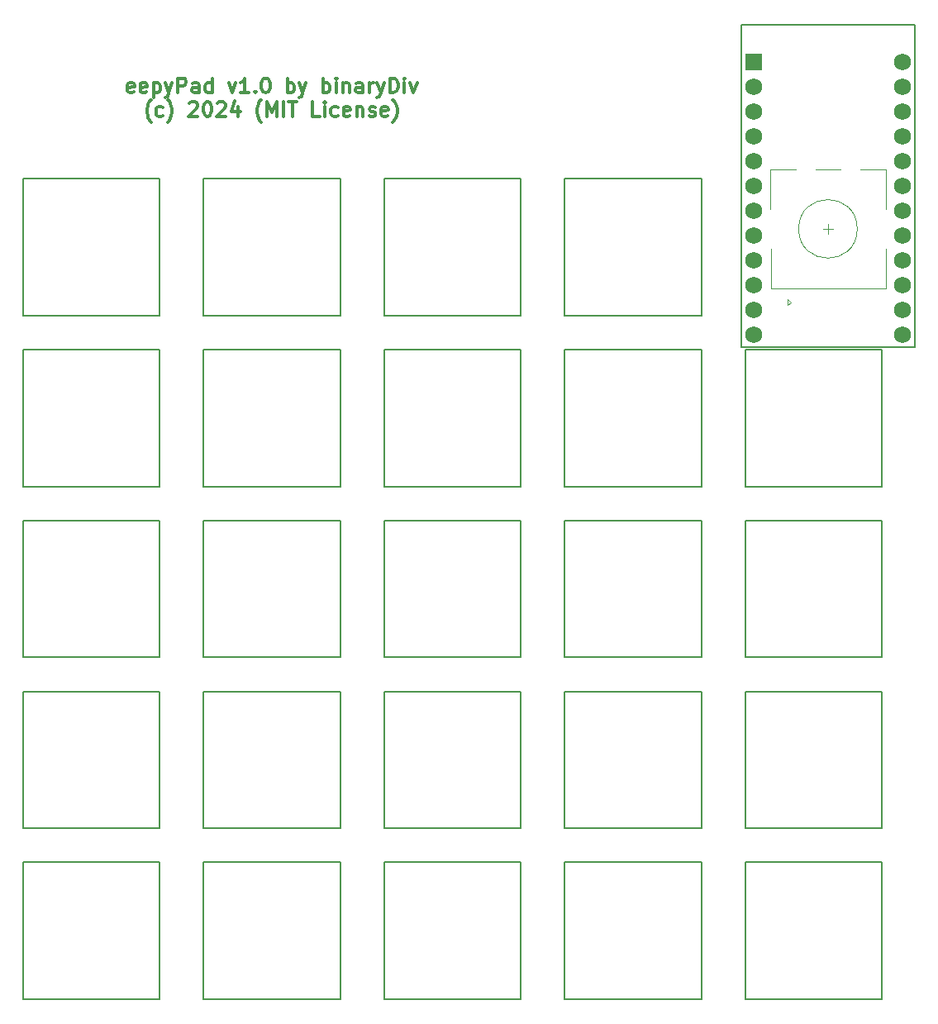
<source format=gbr>
%TF.GenerationSoftware,KiCad,Pcbnew,7.0.10*%
%TF.CreationDate,2024-03-08T11:43:42+01:00*%
%TF.ProjectId,eepypad,65657079-7061-4642-9e6b-696361645f70,1.0*%
%TF.SameCoordinates,Original*%
%TF.FileFunction,Legend,Top*%
%TF.FilePolarity,Positive*%
%FSLAX46Y46*%
G04 Gerber Fmt 4.6, Leading zero omitted, Abs format (unit mm)*
G04 Created by KiCad (PCBNEW 7.0.10) date 2024-03-08 11:43:42*
%MOMM*%
%LPD*%
G01*
G04 APERTURE LIST*
%ADD10C,0.300000*%
%ADD11C,0.150000*%
%ADD12C,0.120000*%
%ADD13R,1.752600X1.752600*%
%ADD14C,1.752600*%
G04 APERTURE END LIST*
D10*
X104357143Y-64109399D02*
X104214286Y-64180827D01*
X104214286Y-64180827D02*
X103928572Y-64180827D01*
X103928572Y-64180827D02*
X103785714Y-64109399D01*
X103785714Y-64109399D02*
X103714286Y-63966541D01*
X103714286Y-63966541D02*
X103714286Y-63395113D01*
X103714286Y-63395113D02*
X103785714Y-63252256D01*
X103785714Y-63252256D02*
X103928572Y-63180827D01*
X103928572Y-63180827D02*
X104214286Y-63180827D01*
X104214286Y-63180827D02*
X104357143Y-63252256D01*
X104357143Y-63252256D02*
X104428572Y-63395113D01*
X104428572Y-63395113D02*
X104428572Y-63537970D01*
X104428572Y-63537970D02*
X103714286Y-63680827D01*
X105642857Y-64109399D02*
X105500000Y-64180827D01*
X105500000Y-64180827D02*
X105214286Y-64180827D01*
X105214286Y-64180827D02*
X105071428Y-64109399D01*
X105071428Y-64109399D02*
X105000000Y-63966541D01*
X105000000Y-63966541D02*
X105000000Y-63395113D01*
X105000000Y-63395113D02*
X105071428Y-63252256D01*
X105071428Y-63252256D02*
X105214286Y-63180827D01*
X105214286Y-63180827D02*
X105500000Y-63180827D01*
X105500000Y-63180827D02*
X105642857Y-63252256D01*
X105642857Y-63252256D02*
X105714286Y-63395113D01*
X105714286Y-63395113D02*
X105714286Y-63537970D01*
X105714286Y-63537970D02*
X105000000Y-63680827D01*
X106357142Y-63180827D02*
X106357142Y-64680827D01*
X106357142Y-63252256D02*
X106500000Y-63180827D01*
X106500000Y-63180827D02*
X106785714Y-63180827D01*
X106785714Y-63180827D02*
X106928571Y-63252256D01*
X106928571Y-63252256D02*
X107000000Y-63323684D01*
X107000000Y-63323684D02*
X107071428Y-63466541D01*
X107071428Y-63466541D02*
X107071428Y-63895113D01*
X107071428Y-63895113D02*
X107000000Y-64037970D01*
X107000000Y-64037970D02*
X106928571Y-64109399D01*
X106928571Y-64109399D02*
X106785714Y-64180827D01*
X106785714Y-64180827D02*
X106500000Y-64180827D01*
X106500000Y-64180827D02*
X106357142Y-64109399D01*
X107571428Y-63180827D02*
X107928571Y-64180827D01*
X108285714Y-63180827D02*
X107928571Y-64180827D01*
X107928571Y-64180827D02*
X107785714Y-64537970D01*
X107785714Y-64537970D02*
X107714285Y-64609399D01*
X107714285Y-64609399D02*
X107571428Y-64680827D01*
X108857142Y-64180827D02*
X108857142Y-62680827D01*
X108857142Y-62680827D02*
X109428571Y-62680827D01*
X109428571Y-62680827D02*
X109571428Y-62752256D01*
X109571428Y-62752256D02*
X109642857Y-62823684D01*
X109642857Y-62823684D02*
X109714285Y-62966541D01*
X109714285Y-62966541D02*
X109714285Y-63180827D01*
X109714285Y-63180827D02*
X109642857Y-63323684D01*
X109642857Y-63323684D02*
X109571428Y-63395113D01*
X109571428Y-63395113D02*
X109428571Y-63466541D01*
X109428571Y-63466541D02*
X108857142Y-63466541D01*
X111000000Y-64180827D02*
X111000000Y-63395113D01*
X111000000Y-63395113D02*
X110928571Y-63252256D01*
X110928571Y-63252256D02*
X110785714Y-63180827D01*
X110785714Y-63180827D02*
X110500000Y-63180827D01*
X110500000Y-63180827D02*
X110357142Y-63252256D01*
X111000000Y-64109399D02*
X110857142Y-64180827D01*
X110857142Y-64180827D02*
X110500000Y-64180827D01*
X110500000Y-64180827D02*
X110357142Y-64109399D01*
X110357142Y-64109399D02*
X110285714Y-63966541D01*
X110285714Y-63966541D02*
X110285714Y-63823684D01*
X110285714Y-63823684D02*
X110357142Y-63680827D01*
X110357142Y-63680827D02*
X110500000Y-63609399D01*
X110500000Y-63609399D02*
X110857142Y-63609399D01*
X110857142Y-63609399D02*
X111000000Y-63537970D01*
X112357143Y-64180827D02*
X112357143Y-62680827D01*
X112357143Y-64109399D02*
X112214285Y-64180827D01*
X112214285Y-64180827D02*
X111928571Y-64180827D01*
X111928571Y-64180827D02*
X111785714Y-64109399D01*
X111785714Y-64109399D02*
X111714285Y-64037970D01*
X111714285Y-64037970D02*
X111642857Y-63895113D01*
X111642857Y-63895113D02*
X111642857Y-63466541D01*
X111642857Y-63466541D02*
X111714285Y-63323684D01*
X111714285Y-63323684D02*
X111785714Y-63252256D01*
X111785714Y-63252256D02*
X111928571Y-63180827D01*
X111928571Y-63180827D02*
X112214285Y-63180827D01*
X112214285Y-63180827D02*
X112357143Y-63252256D01*
X114071428Y-63180827D02*
X114428571Y-64180827D01*
X114428571Y-64180827D02*
X114785714Y-63180827D01*
X116142857Y-64180827D02*
X115285714Y-64180827D01*
X115714285Y-64180827D02*
X115714285Y-62680827D01*
X115714285Y-62680827D02*
X115571428Y-62895113D01*
X115571428Y-62895113D02*
X115428571Y-63037970D01*
X115428571Y-63037970D02*
X115285714Y-63109399D01*
X116785713Y-64037970D02*
X116857142Y-64109399D01*
X116857142Y-64109399D02*
X116785713Y-64180827D01*
X116785713Y-64180827D02*
X116714285Y-64109399D01*
X116714285Y-64109399D02*
X116785713Y-64037970D01*
X116785713Y-64037970D02*
X116785713Y-64180827D01*
X117785714Y-62680827D02*
X117928571Y-62680827D01*
X117928571Y-62680827D02*
X118071428Y-62752256D01*
X118071428Y-62752256D02*
X118142857Y-62823684D01*
X118142857Y-62823684D02*
X118214285Y-62966541D01*
X118214285Y-62966541D02*
X118285714Y-63252256D01*
X118285714Y-63252256D02*
X118285714Y-63609399D01*
X118285714Y-63609399D02*
X118214285Y-63895113D01*
X118214285Y-63895113D02*
X118142857Y-64037970D01*
X118142857Y-64037970D02*
X118071428Y-64109399D01*
X118071428Y-64109399D02*
X117928571Y-64180827D01*
X117928571Y-64180827D02*
X117785714Y-64180827D01*
X117785714Y-64180827D02*
X117642857Y-64109399D01*
X117642857Y-64109399D02*
X117571428Y-64037970D01*
X117571428Y-64037970D02*
X117499999Y-63895113D01*
X117499999Y-63895113D02*
X117428571Y-63609399D01*
X117428571Y-63609399D02*
X117428571Y-63252256D01*
X117428571Y-63252256D02*
X117499999Y-62966541D01*
X117499999Y-62966541D02*
X117571428Y-62823684D01*
X117571428Y-62823684D02*
X117642857Y-62752256D01*
X117642857Y-62752256D02*
X117785714Y-62680827D01*
X120071427Y-64180827D02*
X120071427Y-62680827D01*
X120071427Y-63252256D02*
X120214285Y-63180827D01*
X120214285Y-63180827D02*
X120499999Y-63180827D01*
X120499999Y-63180827D02*
X120642856Y-63252256D01*
X120642856Y-63252256D02*
X120714285Y-63323684D01*
X120714285Y-63323684D02*
X120785713Y-63466541D01*
X120785713Y-63466541D02*
X120785713Y-63895113D01*
X120785713Y-63895113D02*
X120714285Y-64037970D01*
X120714285Y-64037970D02*
X120642856Y-64109399D01*
X120642856Y-64109399D02*
X120499999Y-64180827D01*
X120499999Y-64180827D02*
X120214285Y-64180827D01*
X120214285Y-64180827D02*
X120071427Y-64109399D01*
X121285713Y-63180827D02*
X121642856Y-64180827D01*
X121999999Y-63180827D02*
X121642856Y-64180827D01*
X121642856Y-64180827D02*
X121499999Y-64537970D01*
X121499999Y-64537970D02*
X121428570Y-64609399D01*
X121428570Y-64609399D02*
X121285713Y-64680827D01*
X123714284Y-64180827D02*
X123714284Y-62680827D01*
X123714284Y-63252256D02*
X123857142Y-63180827D01*
X123857142Y-63180827D02*
X124142856Y-63180827D01*
X124142856Y-63180827D02*
X124285713Y-63252256D01*
X124285713Y-63252256D02*
X124357142Y-63323684D01*
X124357142Y-63323684D02*
X124428570Y-63466541D01*
X124428570Y-63466541D02*
X124428570Y-63895113D01*
X124428570Y-63895113D02*
X124357142Y-64037970D01*
X124357142Y-64037970D02*
X124285713Y-64109399D01*
X124285713Y-64109399D02*
X124142856Y-64180827D01*
X124142856Y-64180827D02*
X123857142Y-64180827D01*
X123857142Y-64180827D02*
X123714284Y-64109399D01*
X125071427Y-64180827D02*
X125071427Y-63180827D01*
X125071427Y-62680827D02*
X124999999Y-62752256D01*
X124999999Y-62752256D02*
X125071427Y-62823684D01*
X125071427Y-62823684D02*
X125142856Y-62752256D01*
X125142856Y-62752256D02*
X125071427Y-62680827D01*
X125071427Y-62680827D02*
X125071427Y-62823684D01*
X125785713Y-63180827D02*
X125785713Y-64180827D01*
X125785713Y-63323684D02*
X125857142Y-63252256D01*
X125857142Y-63252256D02*
X125999999Y-63180827D01*
X125999999Y-63180827D02*
X126214285Y-63180827D01*
X126214285Y-63180827D02*
X126357142Y-63252256D01*
X126357142Y-63252256D02*
X126428571Y-63395113D01*
X126428571Y-63395113D02*
X126428571Y-64180827D01*
X127785714Y-64180827D02*
X127785714Y-63395113D01*
X127785714Y-63395113D02*
X127714285Y-63252256D01*
X127714285Y-63252256D02*
X127571428Y-63180827D01*
X127571428Y-63180827D02*
X127285714Y-63180827D01*
X127285714Y-63180827D02*
X127142856Y-63252256D01*
X127785714Y-64109399D02*
X127642856Y-64180827D01*
X127642856Y-64180827D02*
X127285714Y-64180827D01*
X127285714Y-64180827D02*
X127142856Y-64109399D01*
X127142856Y-64109399D02*
X127071428Y-63966541D01*
X127071428Y-63966541D02*
X127071428Y-63823684D01*
X127071428Y-63823684D02*
X127142856Y-63680827D01*
X127142856Y-63680827D02*
X127285714Y-63609399D01*
X127285714Y-63609399D02*
X127642856Y-63609399D01*
X127642856Y-63609399D02*
X127785714Y-63537970D01*
X128499999Y-64180827D02*
X128499999Y-63180827D01*
X128499999Y-63466541D02*
X128571428Y-63323684D01*
X128571428Y-63323684D02*
X128642857Y-63252256D01*
X128642857Y-63252256D02*
X128785714Y-63180827D01*
X128785714Y-63180827D02*
X128928571Y-63180827D01*
X129285713Y-63180827D02*
X129642856Y-64180827D01*
X129999999Y-63180827D02*
X129642856Y-64180827D01*
X129642856Y-64180827D02*
X129499999Y-64537970D01*
X129499999Y-64537970D02*
X129428570Y-64609399D01*
X129428570Y-64609399D02*
X129285713Y-64680827D01*
X130571427Y-64180827D02*
X130571427Y-62680827D01*
X130571427Y-62680827D02*
X130928570Y-62680827D01*
X130928570Y-62680827D02*
X131142856Y-62752256D01*
X131142856Y-62752256D02*
X131285713Y-62895113D01*
X131285713Y-62895113D02*
X131357142Y-63037970D01*
X131357142Y-63037970D02*
X131428570Y-63323684D01*
X131428570Y-63323684D02*
X131428570Y-63537970D01*
X131428570Y-63537970D02*
X131357142Y-63823684D01*
X131357142Y-63823684D02*
X131285713Y-63966541D01*
X131285713Y-63966541D02*
X131142856Y-64109399D01*
X131142856Y-64109399D02*
X130928570Y-64180827D01*
X130928570Y-64180827D02*
X130571427Y-64180827D01*
X132071427Y-64180827D02*
X132071427Y-63180827D01*
X132071427Y-62680827D02*
X131999999Y-62752256D01*
X131999999Y-62752256D02*
X132071427Y-62823684D01*
X132071427Y-62823684D02*
X132142856Y-62752256D01*
X132142856Y-62752256D02*
X132071427Y-62680827D01*
X132071427Y-62680827D02*
X132071427Y-62823684D01*
X132642856Y-63180827D02*
X132999999Y-64180827D01*
X132999999Y-64180827D02*
X133357142Y-63180827D01*
X106107144Y-67167256D02*
X106035715Y-67095827D01*
X106035715Y-67095827D02*
X105892858Y-66881541D01*
X105892858Y-66881541D02*
X105821430Y-66738684D01*
X105821430Y-66738684D02*
X105750001Y-66524399D01*
X105750001Y-66524399D02*
X105678572Y-66167256D01*
X105678572Y-66167256D02*
X105678572Y-65881541D01*
X105678572Y-65881541D02*
X105750001Y-65524399D01*
X105750001Y-65524399D02*
X105821430Y-65310113D01*
X105821430Y-65310113D02*
X105892858Y-65167256D01*
X105892858Y-65167256D02*
X106035715Y-64952970D01*
X106035715Y-64952970D02*
X106107144Y-64881541D01*
X107321430Y-66524399D02*
X107178572Y-66595827D01*
X107178572Y-66595827D02*
X106892858Y-66595827D01*
X106892858Y-66595827D02*
X106750001Y-66524399D01*
X106750001Y-66524399D02*
X106678572Y-66452970D01*
X106678572Y-66452970D02*
X106607144Y-66310113D01*
X106607144Y-66310113D02*
X106607144Y-65881541D01*
X106607144Y-65881541D02*
X106678572Y-65738684D01*
X106678572Y-65738684D02*
X106750001Y-65667256D01*
X106750001Y-65667256D02*
X106892858Y-65595827D01*
X106892858Y-65595827D02*
X107178572Y-65595827D01*
X107178572Y-65595827D02*
X107321430Y-65667256D01*
X107821429Y-67167256D02*
X107892858Y-67095827D01*
X107892858Y-67095827D02*
X108035715Y-66881541D01*
X108035715Y-66881541D02*
X108107144Y-66738684D01*
X108107144Y-66738684D02*
X108178572Y-66524399D01*
X108178572Y-66524399D02*
X108250001Y-66167256D01*
X108250001Y-66167256D02*
X108250001Y-65881541D01*
X108250001Y-65881541D02*
X108178572Y-65524399D01*
X108178572Y-65524399D02*
X108107144Y-65310113D01*
X108107144Y-65310113D02*
X108035715Y-65167256D01*
X108035715Y-65167256D02*
X107892858Y-64952970D01*
X107892858Y-64952970D02*
X107821429Y-64881541D01*
X110035715Y-65238684D02*
X110107143Y-65167256D01*
X110107143Y-65167256D02*
X110250001Y-65095827D01*
X110250001Y-65095827D02*
X110607143Y-65095827D01*
X110607143Y-65095827D02*
X110750001Y-65167256D01*
X110750001Y-65167256D02*
X110821429Y-65238684D01*
X110821429Y-65238684D02*
X110892858Y-65381541D01*
X110892858Y-65381541D02*
X110892858Y-65524399D01*
X110892858Y-65524399D02*
X110821429Y-65738684D01*
X110821429Y-65738684D02*
X109964286Y-66595827D01*
X109964286Y-66595827D02*
X110892858Y-66595827D01*
X111821429Y-65095827D02*
X111964286Y-65095827D01*
X111964286Y-65095827D02*
X112107143Y-65167256D01*
X112107143Y-65167256D02*
X112178572Y-65238684D01*
X112178572Y-65238684D02*
X112250000Y-65381541D01*
X112250000Y-65381541D02*
X112321429Y-65667256D01*
X112321429Y-65667256D02*
X112321429Y-66024399D01*
X112321429Y-66024399D02*
X112250000Y-66310113D01*
X112250000Y-66310113D02*
X112178572Y-66452970D01*
X112178572Y-66452970D02*
X112107143Y-66524399D01*
X112107143Y-66524399D02*
X111964286Y-66595827D01*
X111964286Y-66595827D02*
X111821429Y-66595827D01*
X111821429Y-66595827D02*
X111678572Y-66524399D01*
X111678572Y-66524399D02*
X111607143Y-66452970D01*
X111607143Y-66452970D02*
X111535714Y-66310113D01*
X111535714Y-66310113D02*
X111464286Y-66024399D01*
X111464286Y-66024399D02*
X111464286Y-65667256D01*
X111464286Y-65667256D02*
X111535714Y-65381541D01*
X111535714Y-65381541D02*
X111607143Y-65238684D01*
X111607143Y-65238684D02*
X111678572Y-65167256D01*
X111678572Y-65167256D02*
X111821429Y-65095827D01*
X112892857Y-65238684D02*
X112964285Y-65167256D01*
X112964285Y-65167256D02*
X113107143Y-65095827D01*
X113107143Y-65095827D02*
X113464285Y-65095827D01*
X113464285Y-65095827D02*
X113607143Y-65167256D01*
X113607143Y-65167256D02*
X113678571Y-65238684D01*
X113678571Y-65238684D02*
X113750000Y-65381541D01*
X113750000Y-65381541D02*
X113750000Y-65524399D01*
X113750000Y-65524399D02*
X113678571Y-65738684D01*
X113678571Y-65738684D02*
X112821428Y-66595827D01*
X112821428Y-66595827D02*
X113750000Y-66595827D01*
X115035714Y-65595827D02*
X115035714Y-66595827D01*
X114678571Y-65024399D02*
X114321428Y-66095827D01*
X114321428Y-66095827D02*
X115249999Y-66095827D01*
X117392856Y-67167256D02*
X117321427Y-67095827D01*
X117321427Y-67095827D02*
X117178570Y-66881541D01*
X117178570Y-66881541D02*
X117107142Y-66738684D01*
X117107142Y-66738684D02*
X117035713Y-66524399D01*
X117035713Y-66524399D02*
X116964284Y-66167256D01*
X116964284Y-66167256D02*
X116964284Y-65881541D01*
X116964284Y-65881541D02*
X117035713Y-65524399D01*
X117035713Y-65524399D02*
X117107142Y-65310113D01*
X117107142Y-65310113D02*
X117178570Y-65167256D01*
X117178570Y-65167256D02*
X117321427Y-64952970D01*
X117321427Y-64952970D02*
X117392856Y-64881541D01*
X117964284Y-66595827D02*
X117964284Y-65095827D01*
X117964284Y-65095827D02*
X118464284Y-66167256D01*
X118464284Y-66167256D02*
X118964284Y-65095827D01*
X118964284Y-65095827D02*
X118964284Y-66595827D01*
X119678570Y-66595827D02*
X119678570Y-65095827D01*
X120178571Y-65095827D02*
X121035714Y-65095827D01*
X120607142Y-66595827D02*
X120607142Y-65095827D01*
X123392856Y-66595827D02*
X122678570Y-66595827D01*
X122678570Y-66595827D02*
X122678570Y-65095827D01*
X123892856Y-66595827D02*
X123892856Y-65595827D01*
X123892856Y-65095827D02*
X123821428Y-65167256D01*
X123821428Y-65167256D02*
X123892856Y-65238684D01*
X123892856Y-65238684D02*
X123964285Y-65167256D01*
X123964285Y-65167256D02*
X123892856Y-65095827D01*
X123892856Y-65095827D02*
X123892856Y-65238684D01*
X125250000Y-66524399D02*
X125107142Y-66595827D01*
X125107142Y-66595827D02*
X124821428Y-66595827D01*
X124821428Y-66595827D02*
X124678571Y-66524399D01*
X124678571Y-66524399D02*
X124607142Y-66452970D01*
X124607142Y-66452970D02*
X124535714Y-66310113D01*
X124535714Y-66310113D02*
X124535714Y-65881541D01*
X124535714Y-65881541D02*
X124607142Y-65738684D01*
X124607142Y-65738684D02*
X124678571Y-65667256D01*
X124678571Y-65667256D02*
X124821428Y-65595827D01*
X124821428Y-65595827D02*
X125107142Y-65595827D01*
X125107142Y-65595827D02*
X125250000Y-65667256D01*
X126464285Y-66524399D02*
X126321428Y-66595827D01*
X126321428Y-66595827D02*
X126035714Y-66595827D01*
X126035714Y-66595827D02*
X125892856Y-66524399D01*
X125892856Y-66524399D02*
X125821428Y-66381541D01*
X125821428Y-66381541D02*
X125821428Y-65810113D01*
X125821428Y-65810113D02*
X125892856Y-65667256D01*
X125892856Y-65667256D02*
X126035714Y-65595827D01*
X126035714Y-65595827D02*
X126321428Y-65595827D01*
X126321428Y-65595827D02*
X126464285Y-65667256D01*
X126464285Y-65667256D02*
X126535714Y-65810113D01*
X126535714Y-65810113D02*
X126535714Y-65952970D01*
X126535714Y-65952970D02*
X125821428Y-66095827D01*
X127178570Y-65595827D02*
X127178570Y-66595827D01*
X127178570Y-65738684D02*
X127249999Y-65667256D01*
X127249999Y-65667256D02*
X127392856Y-65595827D01*
X127392856Y-65595827D02*
X127607142Y-65595827D01*
X127607142Y-65595827D02*
X127749999Y-65667256D01*
X127749999Y-65667256D02*
X127821428Y-65810113D01*
X127821428Y-65810113D02*
X127821428Y-66595827D01*
X128464285Y-66524399D02*
X128607142Y-66595827D01*
X128607142Y-66595827D02*
X128892856Y-66595827D01*
X128892856Y-66595827D02*
X129035713Y-66524399D01*
X129035713Y-66524399D02*
X129107142Y-66381541D01*
X129107142Y-66381541D02*
X129107142Y-66310113D01*
X129107142Y-66310113D02*
X129035713Y-66167256D01*
X129035713Y-66167256D02*
X128892856Y-66095827D01*
X128892856Y-66095827D02*
X128678571Y-66095827D01*
X128678571Y-66095827D02*
X128535713Y-66024399D01*
X128535713Y-66024399D02*
X128464285Y-65881541D01*
X128464285Y-65881541D02*
X128464285Y-65810113D01*
X128464285Y-65810113D02*
X128535713Y-65667256D01*
X128535713Y-65667256D02*
X128678571Y-65595827D01*
X128678571Y-65595827D02*
X128892856Y-65595827D01*
X128892856Y-65595827D02*
X129035713Y-65667256D01*
X130321428Y-66524399D02*
X130178571Y-66595827D01*
X130178571Y-66595827D02*
X129892857Y-66595827D01*
X129892857Y-66595827D02*
X129749999Y-66524399D01*
X129749999Y-66524399D02*
X129678571Y-66381541D01*
X129678571Y-66381541D02*
X129678571Y-65810113D01*
X129678571Y-65810113D02*
X129749999Y-65667256D01*
X129749999Y-65667256D02*
X129892857Y-65595827D01*
X129892857Y-65595827D02*
X130178571Y-65595827D01*
X130178571Y-65595827D02*
X130321428Y-65667256D01*
X130321428Y-65667256D02*
X130392857Y-65810113D01*
X130392857Y-65810113D02*
X130392857Y-65952970D01*
X130392857Y-65952970D02*
X129678571Y-66095827D01*
X130892856Y-67167256D02*
X130964285Y-67095827D01*
X130964285Y-67095827D02*
X131107142Y-66881541D01*
X131107142Y-66881541D02*
X131178571Y-66738684D01*
X131178571Y-66738684D02*
X131249999Y-66524399D01*
X131249999Y-66524399D02*
X131321428Y-66167256D01*
X131321428Y-66167256D02*
X131321428Y-65881541D01*
X131321428Y-65881541D02*
X131249999Y-65524399D01*
X131249999Y-65524399D02*
X131178571Y-65310113D01*
X131178571Y-65310113D02*
X131107142Y-65167256D01*
X131107142Y-65167256D02*
X130964285Y-64952970D01*
X130964285Y-64952970D02*
X130892856Y-64881541D01*
D11*
%TO.C,S16*%
X162500000Y-157000000D02*
X148500000Y-157000000D01*
X162500000Y-143000000D02*
X162500000Y-157000000D01*
X148500000Y-157000000D02*
X148500000Y-143000000D01*
X148500000Y-143000000D02*
X162500000Y-143000000D01*
%TO.C,S7*%
X125500000Y-139500000D02*
X111500000Y-139500000D01*
X125500000Y-125500000D02*
X125500000Y-139500000D01*
X111500000Y-139500000D02*
X111500000Y-125500000D01*
X111500000Y-125500000D02*
X125500000Y-125500000D01*
%TO.C,S5*%
X107000000Y-87000000D02*
X93000000Y-87000000D01*
X107000000Y-73000000D02*
X107000000Y-87000000D01*
X93000000Y-87000000D02*
X93000000Y-73000000D01*
X93000000Y-73000000D02*
X107000000Y-73000000D01*
%TO.C,S15*%
X144000000Y-87000000D02*
X130000000Y-87000000D01*
X144000000Y-73000000D02*
X144000000Y-87000000D01*
X130000000Y-87000000D02*
X130000000Y-73000000D01*
X130000000Y-73000000D02*
X144000000Y-73000000D01*
%TO.C,S1*%
X107000000Y-157000000D02*
X93000000Y-157000000D01*
X107000000Y-143000000D02*
X107000000Y-157000000D01*
X93000000Y-157000000D02*
X93000000Y-143000000D01*
X93000000Y-143000000D02*
X107000000Y-143000000D01*
%TO.C,S2*%
X107000000Y-139500000D02*
X93000000Y-139500000D01*
X107000000Y-125500000D02*
X107000000Y-139500000D01*
X93000000Y-139500000D02*
X93000000Y-125500000D01*
X93000000Y-125500000D02*
X107000000Y-125500000D01*
%TO.C,S9*%
X125500000Y-104500000D02*
X111500000Y-104500000D01*
X125500000Y-90500000D02*
X125500000Y-104500000D01*
X111500000Y-104500000D02*
X111500000Y-90500000D01*
X111500000Y-90500000D02*
X125500000Y-90500000D01*
%TO.C,S22*%
X181000000Y-139500000D02*
X167000000Y-139500000D01*
X181000000Y-125500000D02*
X181000000Y-139500000D01*
X167000000Y-139500000D02*
X167000000Y-125500000D01*
X167000000Y-125500000D02*
X181000000Y-125500000D01*
%TO.C,S21*%
X181000000Y-157000000D02*
X167000000Y-157000000D01*
X181000000Y-143000000D02*
X181000000Y-157000000D01*
X167000000Y-157000000D02*
X167000000Y-143000000D01*
X167000000Y-143000000D02*
X181000000Y-143000000D01*
%TO.C,S8*%
X125500000Y-122000000D02*
X111500000Y-122000000D01*
X125500000Y-108000000D02*
X125500000Y-122000000D01*
X111500000Y-122000000D02*
X111500000Y-108000000D01*
X111500000Y-108000000D02*
X125500000Y-108000000D01*
%TO.C,S24*%
X181000000Y-104500000D02*
X167000000Y-104500000D01*
X181000000Y-90500000D02*
X181000000Y-104500000D01*
X167000000Y-104500000D02*
X167000000Y-90500000D01*
X167000000Y-90500000D02*
X181000000Y-90500000D01*
%TO.C,MCU1*%
X184390000Y-57220000D02*
X166610000Y-57220000D01*
X166610000Y-57220000D02*
X166610000Y-90240000D01*
X184390000Y-90240000D02*
X184390000Y-57220000D01*
X166610000Y-90240000D02*
X184390000Y-90240000D01*
%TO.C,S11*%
X144000000Y-157000000D02*
X130000000Y-157000000D01*
X144000000Y-143000000D02*
X144000000Y-157000000D01*
X130000000Y-157000000D02*
X130000000Y-143000000D01*
X130000000Y-143000000D02*
X144000000Y-143000000D01*
%TO.C,S13*%
X144000000Y-122000000D02*
X130000000Y-122000000D01*
X144000000Y-108000000D02*
X144000000Y-122000000D01*
X130000000Y-122000000D02*
X130000000Y-108000000D01*
X130000000Y-108000000D02*
X144000000Y-108000000D01*
%TO.C,S12*%
X144000000Y-139500000D02*
X130000000Y-139500000D01*
X144000000Y-125500000D02*
X144000000Y-139500000D01*
X130000000Y-139500000D02*
X130000000Y-125500000D01*
X130000000Y-125500000D02*
X144000000Y-125500000D01*
D12*
%TO.C,ROT1*%
X171360000Y-85920000D02*
X171360000Y-85320000D01*
X171660000Y-85620000D02*
X171360000Y-85920000D01*
X171360000Y-85320000D02*
X171660000Y-85620000D01*
X169660000Y-84220000D02*
X181360000Y-84220000D01*
X169660000Y-80120000D02*
X169660000Y-84220000D01*
X181360000Y-80120000D02*
X181360000Y-84220000D01*
X175460000Y-78620000D02*
X175460000Y-77620000D01*
X174960000Y-78120000D02*
X175960000Y-78120000D01*
X169560000Y-76120000D02*
X169560000Y-72020000D01*
X169560000Y-72020000D02*
X172160000Y-72020000D01*
X174160000Y-72020000D02*
X176760000Y-72020000D01*
X178760000Y-72020000D02*
X181360000Y-72020000D01*
X181360000Y-72020000D02*
X181360000Y-76120000D01*
X178460000Y-78120000D02*
G75*
G03*
X172460000Y-78120000I-3000000J0D01*
G01*
X172460000Y-78120000D02*
G75*
G03*
X178460000Y-78120000I3000000J0D01*
G01*
D11*
%TO.C,S10*%
X125500000Y-87000000D02*
X111500000Y-87000000D01*
X125500000Y-73000000D02*
X125500000Y-87000000D01*
X111500000Y-87000000D02*
X111500000Y-73000000D01*
X111500000Y-73000000D02*
X125500000Y-73000000D01*
%TO.C,S18*%
X162500000Y-122000000D02*
X148500000Y-122000000D01*
X162500000Y-108000000D02*
X162500000Y-122000000D01*
X148500000Y-122000000D02*
X148500000Y-108000000D01*
X148500000Y-108000000D02*
X162500000Y-108000000D01*
%TO.C,S14*%
X144000000Y-104500000D02*
X130000000Y-104500000D01*
X144000000Y-90500000D02*
X144000000Y-104500000D01*
X130000000Y-104500000D02*
X130000000Y-90500000D01*
X130000000Y-90500000D02*
X144000000Y-90500000D01*
%TO.C,S19*%
X162500000Y-104500000D02*
X148500000Y-104500000D01*
X162500000Y-90500000D02*
X162500000Y-104500000D01*
X148500000Y-104500000D02*
X148500000Y-90500000D01*
X148500000Y-90500000D02*
X162500000Y-90500000D01*
%TO.C,S3*%
X107000000Y-122000000D02*
X93000000Y-122000000D01*
X107000000Y-108000000D02*
X107000000Y-122000000D01*
X93000000Y-122000000D02*
X93000000Y-108000000D01*
X93000000Y-108000000D02*
X107000000Y-108000000D01*
%TO.C,S23*%
X181000000Y-122000000D02*
X167000000Y-122000000D01*
X181000000Y-108000000D02*
X181000000Y-122000000D01*
X167000000Y-122000000D02*
X167000000Y-108000000D01*
X167000000Y-108000000D02*
X181000000Y-108000000D01*
%TO.C,S4*%
X107000000Y-104500000D02*
X93000000Y-104500000D01*
X107000000Y-90500000D02*
X107000000Y-104500000D01*
X93000000Y-104500000D02*
X93000000Y-90500000D01*
X93000000Y-90500000D02*
X107000000Y-90500000D01*
%TO.C,S6*%
X125500000Y-157000000D02*
X111500000Y-157000000D01*
X125500000Y-143000000D02*
X125500000Y-157000000D01*
X111500000Y-157000000D02*
X111500000Y-143000000D01*
X111500000Y-143000000D02*
X125500000Y-143000000D01*
%TO.C,S17*%
X162500000Y-139500000D02*
X148500000Y-139500000D01*
X162500000Y-125500000D02*
X162500000Y-139500000D01*
X148500000Y-139500000D02*
X148500000Y-125500000D01*
X148500000Y-125500000D02*
X162500000Y-125500000D01*
%TO.C,S20*%
X162500000Y-87000000D02*
X148500000Y-87000000D01*
X162500000Y-73000000D02*
X162500000Y-87000000D01*
X148500000Y-87000000D02*
X148500000Y-73000000D01*
X148500000Y-73000000D02*
X162500000Y-73000000D01*
%TD*%
D13*
%TO.C,MCU1*%
X167880000Y-61030000D03*
D14*
X167880000Y-63570000D03*
X167880000Y-66110000D03*
X167880000Y-68650000D03*
X167880000Y-71190000D03*
X167880000Y-73730000D03*
X167880000Y-76270000D03*
X167880000Y-78810000D03*
X167880000Y-81350000D03*
X167880000Y-83890000D03*
X167880000Y-86430000D03*
X167880000Y-88970000D03*
X183120000Y-61030000D03*
X183120000Y-63570000D03*
X183120000Y-66110000D03*
X183120000Y-68650000D03*
X183120000Y-71190000D03*
X183120000Y-73730000D03*
X183120000Y-76270000D03*
X183120000Y-78810000D03*
X183120000Y-81350000D03*
X183120000Y-83890000D03*
X183120000Y-86430000D03*
X183120000Y-88970000D03*
%TD*%
M02*

</source>
